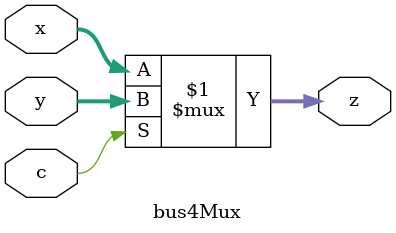
<source format=v>
`timescale 1ns / 1ps
module bus4Mux 
	#(
		parameter WIDTH = 4
	)
	(
		input [WIDTH - 1:0] x,
		input [WIDTH - 1:0] y,
		output [WIDTH - 1:0] z,
		input c
	);
	assign z = c ? y : x;
endmodule

</source>
